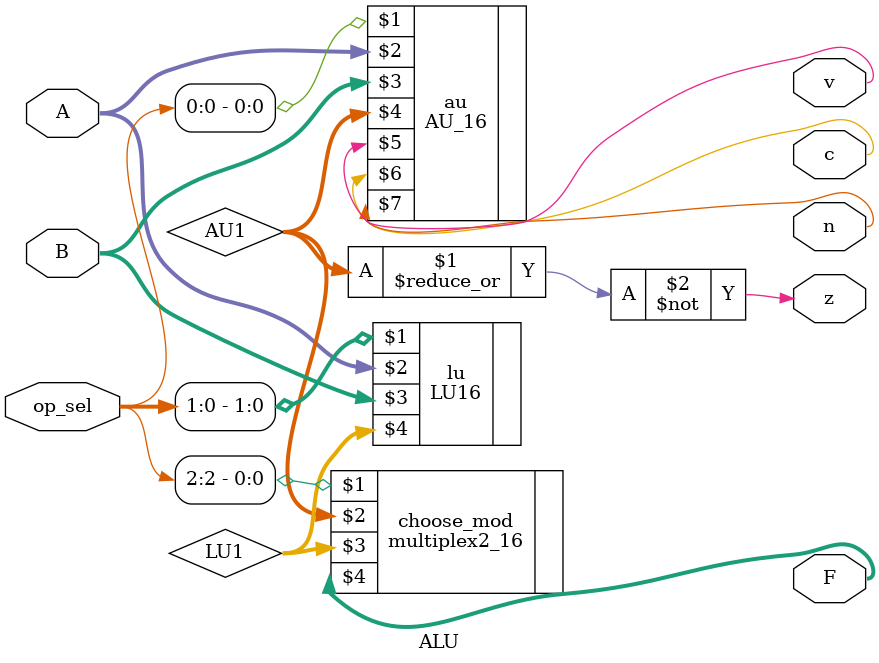
<source format=v>
module ALU (input [2:0] op_sel, input [15:0] A, input [15:0] B, output [15:0] F, output v, output c, output n, output z);
wire [15:0] AU1;
wire [15:0] LU1;
wire zz;

AU_16 au (op_sel[0],A,B,AU1,v,c,n);
LU16 lu (op_sel[1:0],A,B,LU1);
multiplex2_16 choose_mod (op_sel[2],AU1,LU1,F);
assign z = ~(|AU1);
endmodule
	
</source>
